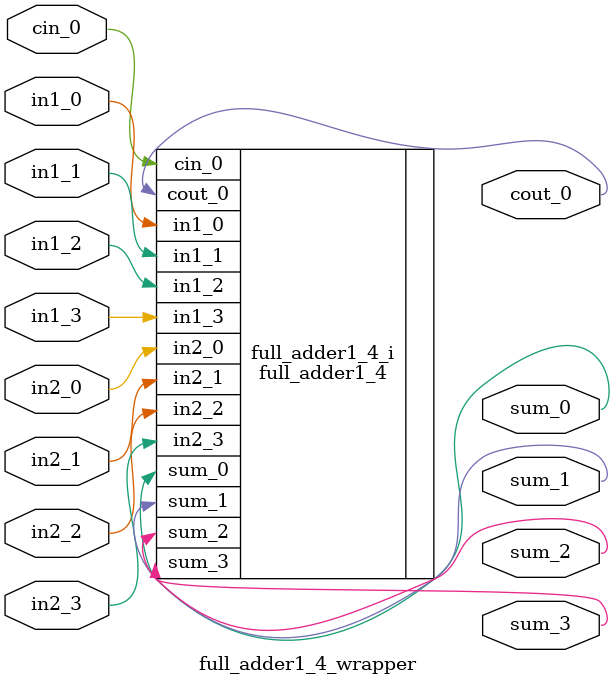
<source format=v>
`timescale 1 ps / 1 ps

module full_adder1_4_wrapper
   (cin_0,
    cout_0,
    in1_0,
    in1_1,
    in1_2,
    in1_3,
    in2_0,
    in2_1,
    in2_2,
    in2_3,
    sum_0,
    sum_1,
    sum_2,
    sum_3);
  input cin_0;
  output cout_0;
  input in1_0;
  input in1_1;
  input in1_2;
  input in1_3;
  input in2_0;
  input in2_1;
  input in2_2;
  input in2_3;
  output sum_0;
  output sum_1;
  output sum_2;
  output sum_3;

  wire cin_0;
  wire cout_0;
  wire in1_0;
  wire in1_1;
  wire in1_2;
  wire in1_3;
  wire in2_0;
  wire in2_1;
  wire in2_2;
  wire in2_3;
  wire sum_0;
  wire sum_1;
  wire sum_2;
  wire sum_3;

  full_adder1_4 full_adder1_4_i
       (.cin_0(cin_0),
        .cout_0(cout_0),
        .in1_0(in1_0),
        .in1_1(in1_1),
        .in1_2(in1_2),
        .in1_3(in1_3),
        .in2_0(in2_0),
        .in2_1(in2_1),
        .in2_2(in2_2),
        .in2_3(in2_3),
        .sum_0(sum_0),
        .sum_1(sum_1),
        .sum_2(sum_2),
        .sum_3(sum_3));
endmodule

</source>
